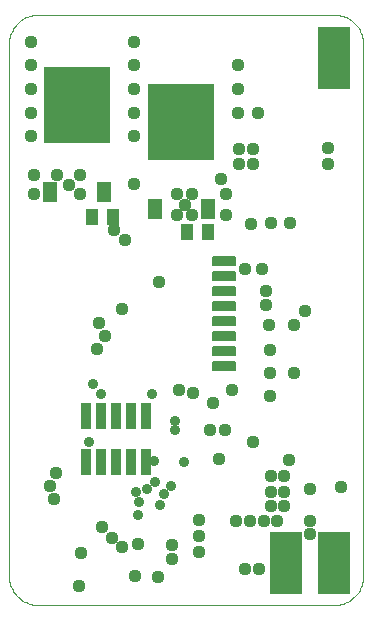
<source format=gbs>
G75*
G70*
%OFA0B0*%
%FSLAX24Y24*%
%IPPOS*%
%LPD*%
%AMOC8*
5,1,8,0,0,1.08239X$1,22.5*
%
%ADD10C,0.0000*%
%ADD11R,0.2206X0.2521*%
%ADD12R,0.0474X0.0710*%
%ADD13C,0.0071*%
%ADD14R,0.1080X0.2080*%
%ADD15R,0.0375X0.0907*%
%ADD16R,0.0395X0.0552*%
%ADD17C,0.0437*%
%ADD18C,0.0358*%
D10*
X016013Y005469D02*
X016013Y023186D01*
X016014Y023186D02*
X016016Y023248D01*
X016022Y023309D01*
X016031Y023370D01*
X016045Y023431D01*
X016062Y023490D01*
X016083Y023548D01*
X016108Y023605D01*
X016136Y023660D01*
X016167Y023713D01*
X016202Y023764D01*
X016240Y023813D01*
X016281Y023860D01*
X016324Y023903D01*
X016371Y023944D01*
X016420Y023982D01*
X016471Y024017D01*
X016524Y024048D01*
X016579Y024076D01*
X016636Y024101D01*
X016694Y024122D01*
X016753Y024139D01*
X016814Y024153D01*
X016875Y024162D01*
X016936Y024168D01*
X016998Y024170D01*
X026840Y024170D01*
X026902Y024168D01*
X026963Y024162D01*
X027024Y024153D01*
X027085Y024139D01*
X027144Y024122D01*
X027202Y024101D01*
X027259Y024076D01*
X027314Y024048D01*
X027367Y024017D01*
X027418Y023982D01*
X027467Y023944D01*
X027514Y023903D01*
X027557Y023860D01*
X027598Y023813D01*
X027636Y023764D01*
X027671Y023713D01*
X027702Y023660D01*
X027730Y023605D01*
X027755Y023548D01*
X027776Y023490D01*
X027793Y023431D01*
X027807Y023370D01*
X027816Y023309D01*
X027822Y023248D01*
X027824Y023186D01*
X027824Y005469D01*
X027822Y005407D01*
X027816Y005346D01*
X027807Y005285D01*
X027793Y005224D01*
X027776Y005165D01*
X027755Y005107D01*
X027730Y005050D01*
X027702Y004995D01*
X027671Y004942D01*
X027636Y004891D01*
X027598Y004842D01*
X027557Y004795D01*
X027514Y004752D01*
X027467Y004711D01*
X027418Y004673D01*
X027367Y004638D01*
X027314Y004607D01*
X027259Y004579D01*
X027202Y004554D01*
X027144Y004533D01*
X027085Y004516D01*
X027024Y004502D01*
X026963Y004493D01*
X026902Y004487D01*
X026840Y004485D01*
X016998Y004485D01*
X016936Y004487D01*
X016875Y004493D01*
X016814Y004502D01*
X016753Y004516D01*
X016694Y004533D01*
X016636Y004554D01*
X016579Y004579D01*
X016524Y004607D01*
X016471Y004638D01*
X016420Y004673D01*
X016371Y004711D01*
X016324Y004752D01*
X016281Y004795D01*
X016240Y004842D01*
X016202Y004891D01*
X016167Y004942D01*
X016136Y004995D01*
X016108Y005050D01*
X016083Y005107D01*
X016062Y005165D01*
X016045Y005224D01*
X016031Y005285D01*
X016022Y005346D01*
X016016Y005407D01*
X016014Y005469D01*
D11*
X021765Y020583D03*
X018281Y021146D03*
D12*
X017383Y018272D03*
X019179Y018272D03*
X020868Y017709D03*
X022663Y017709D03*
D13*
X022820Y016102D02*
X022820Y015816D01*
X022820Y016102D02*
X023538Y016102D01*
X023538Y015816D01*
X022820Y015816D01*
X022820Y015886D02*
X023538Y015886D01*
X023538Y015956D02*
X022820Y015956D01*
X022820Y016026D02*
X023538Y016026D01*
X023538Y016096D02*
X022820Y016096D01*
X022820Y015602D02*
X022820Y015316D01*
X022820Y015602D02*
X023538Y015602D01*
X023538Y015316D01*
X022820Y015316D01*
X022820Y015386D02*
X023538Y015386D01*
X023538Y015456D02*
X022820Y015456D01*
X022820Y015526D02*
X023538Y015526D01*
X023538Y015596D02*
X022820Y015596D01*
X022820Y015102D02*
X022820Y014816D01*
X022820Y015102D02*
X023538Y015102D01*
X023538Y014816D01*
X022820Y014816D01*
X022820Y014886D02*
X023538Y014886D01*
X023538Y014956D02*
X022820Y014956D01*
X022820Y015026D02*
X023538Y015026D01*
X023538Y015096D02*
X022820Y015096D01*
X022820Y014602D02*
X022820Y014316D01*
X022820Y014602D02*
X023538Y014602D01*
X023538Y014316D01*
X022820Y014316D01*
X022820Y014386D02*
X023538Y014386D01*
X023538Y014456D02*
X022820Y014456D01*
X022820Y014526D02*
X023538Y014526D01*
X023538Y014596D02*
X022820Y014596D01*
X022820Y014102D02*
X022820Y013816D01*
X022820Y014102D02*
X023538Y014102D01*
X023538Y013816D01*
X022820Y013816D01*
X022820Y013886D02*
X023538Y013886D01*
X023538Y013956D02*
X022820Y013956D01*
X022820Y014026D02*
X023538Y014026D01*
X023538Y014096D02*
X022820Y014096D01*
X022820Y013602D02*
X022820Y013316D01*
X022820Y013602D02*
X023538Y013602D01*
X023538Y013316D01*
X022820Y013316D01*
X022820Y013386D02*
X023538Y013386D01*
X023538Y013456D02*
X022820Y013456D01*
X022820Y013526D02*
X023538Y013526D01*
X023538Y013596D02*
X022820Y013596D01*
X022820Y013102D02*
X022820Y012816D01*
X022820Y013102D02*
X023538Y013102D01*
X023538Y012816D01*
X022820Y012816D01*
X022820Y012886D02*
X023538Y012886D01*
X023538Y012956D02*
X022820Y012956D01*
X022820Y013026D02*
X023538Y013026D01*
X023538Y013096D02*
X022820Y013096D01*
X022820Y012602D02*
X022820Y012316D01*
X022820Y012602D02*
X023538Y012602D01*
X023538Y012316D01*
X022820Y012316D01*
X022820Y012386D02*
X023538Y012386D01*
X023538Y012456D02*
X022820Y012456D01*
X022820Y012526D02*
X023538Y012526D01*
X023538Y012596D02*
X022820Y012596D01*
D14*
X025265Y005902D03*
X026840Y005902D03*
X026840Y022713D03*
D15*
X020570Y010804D03*
X020070Y010804D03*
X019570Y010804D03*
X019070Y010804D03*
X018570Y010804D03*
X018570Y009268D03*
X019070Y009268D03*
X019570Y009268D03*
X020070Y009268D03*
X020570Y009268D03*
D16*
X021958Y016926D03*
X022667Y016926D03*
X019478Y017438D03*
X018769Y017438D03*
D17*
X019517Y017004D03*
X019872Y016650D03*
X021604Y017477D03*
X022116Y017477D03*
X021879Y017831D03*
X022116Y018186D03*
X021604Y018186D03*
X023100Y018697D03*
X023257Y018186D03*
X023257Y017477D03*
X024084Y017201D03*
X024753Y017241D03*
X025383Y017241D03*
X024439Y015705D03*
X023887Y015705D03*
X024596Y014957D03*
X024596Y014485D03*
X024675Y013816D03*
X025502Y013816D03*
X025895Y014288D03*
X024714Y012989D03*
X024714Y012241D03*
X025502Y012241D03*
X024714Y011453D03*
X023454Y011650D03*
X022824Y011217D03*
X022155Y011571D03*
X021683Y011650D03*
X022706Y010312D03*
X023218Y010312D03*
X024163Y009918D03*
X023021Y009367D03*
X024753Y008776D03*
X025187Y008776D03*
X025187Y008264D03*
X024753Y008264D03*
X024753Y007792D03*
X025187Y007792D03*
X024950Y007280D03*
X024517Y007280D03*
X024045Y007280D03*
X023572Y007280D03*
X022352Y007319D03*
X022352Y006808D03*
X022352Y006256D03*
X021446Y006020D03*
X021446Y006493D03*
X020305Y006532D03*
X019793Y006414D03*
X019439Y006729D03*
X019124Y007083D03*
X018415Y006217D03*
X018336Y005115D03*
X020226Y005469D03*
X020974Y005430D03*
X023887Y005705D03*
X024360Y005705D03*
X026053Y006847D03*
X026053Y007280D03*
X026053Y008343D03*
X027076Y008422D03*
X025344Y009327D03*
X018966Y013028D03*
X019202Y013461D03*
X019005Y013894D03*
X019793Y014367D03*
X021013Y015272D03*
X018376Y018186D03*
X018021Y018501D03*
X018376Y018816D03*
X017628Y018816D03*
X016840Y018816D03*
X016840Y018186D03*
X020187Y018540D03*
X020187Y020115D03*
X020187Y020902D03*
X020187Y021690D03*
X020187Y022477D03*
X020187Y023264D03*
X016761Y023264D03*
X016761Y022477D03*
X016761Y021690D03*
X016761Y020902D03*
X016761Y020115D03*
X023651Y020902D03*
X024320Y020902D03*
X023651Y021690D03*
X023651Y022477D03*
X023690Y019682D03*
X024163Y019682D03*
X024163Y019209D03*
X023690Y019209D03*
X026643Y019209D03*
X026643Y019721D03*
X017588Y008894D03*
X017391Y008461D03*
X017509Y008028D03*
D18*
X020265Y008264D03*
X020344Y007910D03*
X020620Y008343D03*
X020895Y008579D03*
X021171Y008186D03*
X021407Y008461D03*
X021053Y007831D03*
X020305Y007477D03*
X020856Y009288D03*
X021840Y009249D03*
X021565Y010312D03*
X021565Y010627D03*
X020797Y011532D03*
X019084Y011532D03*
X018809Y011847D03*
X018690Y009918D03*
M02*

</source>
